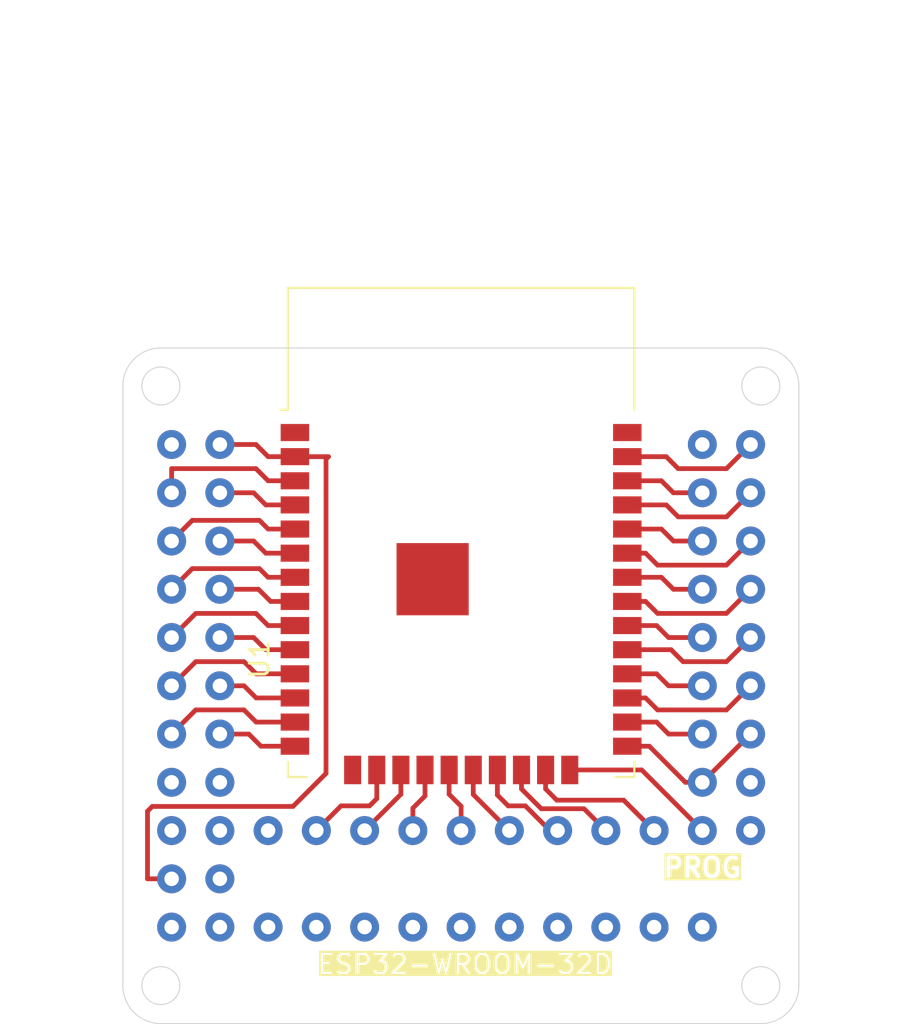
<source format=kicad_pcb>
(kicad_pcb (version 20240108) (generator "pcbnew") (generator_version "8.0")
  (layers (0 "F.Cu" signal) (31 "B.Cu" signal) (34 "B.Paste" user) (35 "F.Paste" user) (36 "B.SilkS" user "B.Silkscreen") (37 "F.SilkS" user "F.Silkscreen") (38 "B.Mask" user) (39 "F.Mask" user) (44 "Edge.Cuts" user))
  (net 0 "")
  (net 1 "unconnected-(U1-VDD-Pad2)")
  (net 2 "unconnected-(U1-EN-Pad3)")
  (net 3 "unconnected-(U1-SENSOR_VP-Pad4)")
  (net 4 "unconnected-(U1-SENSOR_VN-Pad5)")
  (net 5 "unconnected-(U1-IO34-Pad6)")
  (net 6 "unconnected-(U1-IO35-Pad7)")
  (net 7 "unconnected-(U1-IO32-Pad8)")
  (net 8 "unconnected-(U1-IO33-Pad9)")
  (net 9 "unconnected-(U1-IO25-Pad10)")
  (net 10 "unconnected-(U1-IO26-Pad11)")
  (net 11 "unconnected-(U1-IO27-Pad12)")
  (net 12 "unconnected-(U1-IO14-Pad13)")
  (net 13 "unconnected-(U1-IO12-Pad14)")
  (net 14 "unconnected-(U1-IO13-Pad16)")
  (net 15 "unconnected-(U1-SHD{slash}SD2-Pad17)")
  (net 16 "unconnected-(U1-SWP{slash}SD3-Pad18)")
  (net 17 "unconnected-(U1-SCS{slash}CMD-Pad19)")
  (net 18 "unconnected-(U1-SCK{slash}CLK-Pad20)")
  (net 19 "unconnected-(U1-SDO{slash}SD0-Pad21)")
  (net 20 "unconnected-(U1-SDI{slash}SD1-Pad22)")
  (net 21 "unconnected-(U1-IO15-Pad23)")
  (net 22 "unconnected-(U1-IO2-Pad24)")
  (net 23 "unconnected-(U1-IO0-Pad25)")
  (net 24 "unconnected-(U1-IO4-Pad26)")
  (net 25 "unconnected-(U1-IO16-Pad27)")
  (net 26 "unconnected-(U1-IO17-Pad28)")
  (net 27 "unconnected-(U1-IO5-Pad29)")
  (net 28 "unconnected-(U1-IO18-Pad30)")
  (net 29 "unconnected-(U1-IO19-Pad31)")
  (net 30 "unconnected-(U1-NC-Pad32)")
  (net 31 "unconnected-(U1-IO21-Pad33)")
  (net 32 "unconnected-(U1-RXD0{slash}IO3-Pad34)")
  (net 33 "unconnected-(U1-TXD0{slash}IO1-Pad35)")
  (net 34 "unconnected-(U1-IO22-Pad36)")
  (net 35 "unconnected-(U1-IO23-Pad37)")
  (net 37 "GND")
  (footprint "Alexander Footprint Library:ESP32-WROOM-Adapter-Legacy-v2" (layer "F.Cu") (at 160.02 88.9)
    (property "Reference" "U1" (at -10.61 3.7 90) (layer "F.SilkS"))
    (property "Value" "ESP32-WROOM-32D")
    (fp_line (start -9.12 -15.86) (end -9.12 -9.445) (stroke (width 0.12)) (layer "F.SilkS"))
    (fp_line (start -9.12 -15.86) (end 9.12 -15.86) (stroke (width 0.12)) (layer "F.SilkS"))
    (fp_line (start -9.12 -9.445) (end -9.5 -9.445) (stroke (width 0.12)) (layer "F.SilkS"))
    (fp_line (start -9.12 9.1) (end -9.12 9.88) (stroke (width 0.12)) (layer "F.SilkS"))
    (fp_line (start -9.12 9.88) (end -8.12 9.88) (stroke (width 0.12)) (layer "F.SilkS"))
    (fp_line (start 9.12 -15.86) (end 9.12 -9.445) (stroke (width 0.12)) (layer "F.SilkS"))
    (fp_line (start 9.12 9.1) (end 9.12 9.88) (stroke (width 0.12)) (layer "F.SilkS"))
    (fp_line (start 9.12 9.88) (end 8.12 9.88) (stroke (width 0.12)) (layer "F.SilkS"))
    (fp_line (start -17.8054 20.86) (end -17.8054 -10.7) (stroke (width 0.05)) (layer "Edge.Cuts"))
    (fp_line (start -15.8054 -12.7) (end 15.78 -12.7) (stroke (width 0.05)) (layer "Edge.Cuts"))
    (fp_line (start 15.78 22.86) (end -15.8054 22.86) (stroke (width 0.05)) (layer "Edge.Cuts"))
    (fp_line (start 17.78 -10.7) (end 17.78 20.86) (stroke (width 0.05)) (layer "Edge.Cuts"))
    (fp_arc (start -17.8054 -10.7) (mid -17.219614 -12.114214) (end -15.8054 -12.7) (stroke (width 0.05)) (layer "Edge.Cuts"))
    (fp_arc (start -15.8054 22.86) (mid -17.219614 22.274214) (end -17.8054 20.86) (stroke (width 0.05)) (layer "Edge.Cuts"))
    (fp_arc (start 15.78 -12.7) (mid 17.194214 -12.114214) (end 17.78 -10.7) (stroke (width 0.05)) (layer "Edge.Cuts"))
    (fp_arc (start 17.78 20.86) (mid 17.194214 22.274214) (end 15.78 22.86) (stroke (width 0.05)) (layer "Edge.Cuts"))
    (fp_circle (center -15.805401 -10.700001) (end -14.805401 -10.700001) (stroke (width 0.05)) (fill none) (layer "Edge.Cuts"))
    (fp_circle (center -15.805401 20.860001) (end -14.805401 20.860001) (stroke (width 0.05)) (fill none) (layer "Edge.Cuts"))
    (fp_circle (center 15.78 -10.7) (end 16.78 -10.7) (stroke (width 0.05)) (fill none) (layer "Edge.Cuts"))
    (fp_circle (center 15.78 20.86) (end 16.78 20.86) (stroke (width 0.05)) (fill none) (layer "Edge.Cuts"))
    (fp_text user "ESP32-WROOM-32D" (at -7.62 20.32 0) (layer "F.SilkS" knockout) (effects (font (thickness 0.1)) (justify left bottom)))
    (fp_text user "PROG" (at 12.7 15.24 0) (layer "F.SilkS" knockout) (effects (font (thickness 0.2) (bold yes)) (justify bottom)))
    (pad "" thru_hole circle (at -15.24 10.16) (size 1.524 1.524) (drill 0.762) (layers "*.Cu" "*.Mask"))
    (pad "" thru_hole circle (at -15.24 17.78 90) (size 1.524 1.524) (drill 0.762) (layers "*.Cu" "*.Mask"))
    (pad "" thru_hole circle (at -12.7 10.16) (size 1.524 1.524) (drill 0.762) (layers "*.Cu" "*.Mask"))
    (pad "" thru_hole circle (at -12.7 17.78 90) (size 1.524 1.524) (drill 0.762) (layers "*.Cu" "*.Mask"))
    (pad "" thru_hole circle (at -10.16 17.78 90) (size 1.524 1.524) (drill 0.762) (layers "*.Cu" "*.Mask"))
    (pad "" thru_hole circle (at -7.62 17.78 90) (size 1.524 1.524) (drill 0.762) (layers "*.Cu" "*.Mask"))
    (pad "" thru_hole circle (at -5.08 17.78 90) (size 1.524 1.524) (drill 0.762) (layers "*.Cu" "*.Mask"))
    (pad "" thru_hole circle (at -2.54 17.78 90) (size 1.524 1.524) (drill 0.762) (layers "*.Cu" "*.Mask"))
    (pad "" thru_hole circle (at 0 17.78 90) (size 1.524 1.524) (drill 0.762) (layers "*.Cu" "*.Mask"))
    (pad "" thru_hole circle (at 2.54 17.78 90) (size 1.524 1.524) (drill 0.762) (layers "*.Cu" "*.Mask"))
    (pad "" thru_hole circle (at 5.08 17.78 90) (size 1.524 1.524) (drill 0.762) (layers "*.Cu" "*.Mask"))
    (pad "" thru_hole circle (at 7.62 17.78 90) (size 1.524 1.524) (drill 0.762) (layers "*.Cu" "*.Mask"))
    (pad "" thru_hole circle (at 10.16 17.78 90) (size 1.524 1.524) (drill 0.762) (layers "*.Cu" "*.Mask"))
    (pad "" thru_hole circle (at 12.7 17.78 90) (size 1.524 1.524) (drill 0.762) (layers "*.Cu" "*.Mask"))
    (pad "" thru_hole circle (at 15.24 12.7 90) (size 1.524 1.524) (drill 0.762) (layers "*.Cu" "*.Mask"))
    (pad "1" thru_hole circle (at -15.24 -7.62) (size 1.524 1.524) (drill 0.762) (layers "*.Cu" "*.Mask") (net 37 "GND"))
    (pad "1" smd rect (at -8.75 -8.25) (size 1.5 0.9) (layers "F.Cu" "F.Paste" "F.Mask") (net 37 "GND"))
    (pad "2" thru_hole circle (at -15.24 15.24 90) (size 1.524 1.524) (drill 0.762) (layers "*.Cu" "*.Mask") (net 1 "unconnected-(U1-VDD-Pad2)"))
    (pad "2" thru_hole circle (at -12.7 -7.62) (size 1.524 1.524) (drill 0.762) (layers "*.Cu" "*.Mask") (net 1 "unconnected-(U1-VDD-Pad2)"))
    (pad "2" smd rect (at -8.75 -6.98) (size 1.5 0.9) (layers "F.Cu" "F.Paste" "F.Mask") (net 1 "unconnected-(U1-VDD-Pad2)"))
    (pad "3" thru_hole circle (at -15.24 -5.08) (size 1.524 1.524) (drill 0.762) (layers "*.Cu" "*.Mask") (net 2 "unconnected-(U1-EN-Pad3)"))
    (pad "3" smd rect (at -8.75 -5.71) (size 1.5 0.9) (layers "F.Cu" "F.Paste" "F.Mask") (net 2 "unconnected-(U1-EN-Pad3)"))
    (pad "4" thru_hole circle (at -12.7 -5.08) (size 1.524 1.524) (drill 0.762) (layers "*.Cu" "*.Mask") (net 3 "unconnected-(U1-SENSOR_VP-Pad4)"))
    (pad "4" smd rect (at -8.75 -4.44) (size 1.5 0.9) (layers "F.Cu" "F.Paste" "F.Mask") (net 3 "unconnected-(U1-SENSOR_VP-Pad4)"))
    (pad "5" thru_hole circle (at -15.24 -2.54) (size 1.524 1.524) (drill 0.762) (layers "*.Cu" "*.Mask") (net 4 "unconnected-(U1-SENSOR_VN-Pad5)"))
    (pad "5" smd rect (at -8.75 -3.17) (size 1.5 0.9) (layers "F.Cu" "F.Paste" "F.Mask") (net 4 "unconnected-(U1-SENSOR_VN-Pad5)"))
    (pad "6" thru_hole circle (at -12.7 -2.54) (size 1.524 1.524) (drill 0.762) (layers "*.Cu" "*.Mask") (net 5 "unconnected-(U1-IO34-Pad6)"))
    (pad "6" smd rect (at -8.75 -1.9) (size 1.5 0.9) (layers "F.Cu" "F.Paste" "F.Mask") (net 5 "unconnected-(U1-IO34-Pad6)"))
    (pad "7" thru_hole circle (at -15.24 0) (size 1.524 1.524) (drill 0.762) (layers "*.Cu" "*.Mask") (net 6 "unconnected-(U1-IO35-Pad7)"))
    (pad "7" smd rect (at -8.75 -0.63) (size 1.5 0.9) (layers "F.Cu" "F.Paste" "F.Mask") (net 6 "unconnected-(U1-IO35-Pad7)"))
    (pad "8" thru_hole circle (at -12.7 0) (size 1.524 1.524) (drill 0.762) (layers "*.Cu" "*.Mask") (net 7 "unconnected-(U1-IO32-Pad8)"))
    (pad "8" smd rect (at -8.75 0.64) (size 1.5 0.9) (layers "F.Cu" "F.Paste" "F.Mask") (net 7 "unconnected-(U1-IO32-Pad8)"))
    (pad "9" thru_hole circle (at -15.24 2.54) (size 1.524 1.524) (drill 0.762) (layers "*.Cu" "*.Mask") (net 8 "unconnected-(U1-IO33-Pad9)"))
    (pad "9" smd rect (at -8.75 1.91) (size 1.5 0.9) (layers "F.Cu" "F.Paste" "F.Mask") (net 8 "unconnected-(U1-IO33-Pad9)"))
    (pad "10" thru_hole circle (at -12.7 2.54) (size 1.524 1.524) (drill 0.762) (layers "*.Cu" "*.Mask") (net 9 "unconnected-(U1-IO25-Pad10)"))
    (pad "10" smd rect (at -8.75 3.18) (size 1.5 0.9) (layers "F.Cu" "F.Paste" "F.Mask") (net 9 "unconnected-(U1-IO25-Pad10)"))
    (pad "11" thru_hole circle (at -15.24 5.08) (size 1.524 1.524) (drill 0.762) (layers "*.Cu" "*.Mask") (net 10 "unconnected-(U1-IO26-Pad11)"))
    (pad "11" smd rect (at -8.75 4.45) (size 1.5 0.9) (layers "F.Cu" "F.Paste" "F.Mask") (net 10 "unconnected-(U1-IO26-Pad11)"))
    (pad "12" thru_hole circle (at -12.7 5.08) (size 1.524 1.524) (drill 0.762) (layers "*.Cu" "*.Mask") (net 11 "unconnected-(U1-IO27-Pad12)"))
    (pad "12" smd rect (at -8.75 5.72) (size 1.5 0.9) (layers "F.Cu" "F.Paste" "F.Mask") (net 11 "unconnected-(U1-IO27-Pad12)"))
    (pad "13" thru_hole circle (at -15.24 7.62) (size 1.524 1.524) (drill 0.762) (layers "*.Cu" "*.Mask") (net 12 "unconnected-(U1-IO14-Pad13)"))
    (pad "13" smd rect (at -8.75 6.99) (size 1.5 0.9) (layers "F.Cu" "F.Paste" "F.Mask") (net 12 "unconnected-(U1-IO14-Pad13)"))
    (pad "14" thru_hole circle (at -12.7 7.62) (size 1.524 1.524) (drill 0.762) (layers "*.Cu" "*.Mask") (net 13 "unconnected-(U1-IO12-Pad14)"))
    (pad "14" smd rect (at -8.75 8.26) (size 1.5 0.9) (layers "F.Cu" "F.Paste" "F.Mask") (net 13 "unconnected-(U1-IO12-Pad14)"))
    (pad "15" thru_hole circle (at -15.24 12.7 90) (size 1.524 1.524) (drill 0.762) (layers "*.Cu" "*.Mask") (net 37 "GND"))
    (pad "15" thru_hole circle (at -12.7 12.7 90) (size 1.524 1.524) (drill 0.762) (layers "*.Cu" "*.Mask") (net 37 "GND"))
    (pad "15" thru_hole circle (at -12.7 15.24 90) (size 1.524 1.524) (drill 0.762) (layers "*.Cu" "*.Mask") (net 37 "GND"))
    (pad "15" thru_hole circle (at -10.16 12.7 90) (size 1.524 1.524) (drill 0.762) (layers "*.Cu" "*.Mask") (net 37 "GND"))
    (pad "15" smd rect (at -5.71 9.51 90) (size 1.5 0.9) (layers "F.Cu" "F.Paste" "F.Mask") (net 37 "GND"))
    (pad "16" thru_hole circle (at -7.62 12.7 90) (size 1.524 1.524) (drill 0.762) (layers "*.Cu" "*.Mask") (net 14 "unconnected-(U1-IO13-Pad16)"))
    (pad "16" smd rect (at -4.44 9.51 90) (size 1.5 0.9) (layers "F.Cu" "F.Paste" "F.Mask") (net 14 "unconnected-(U1-IO13-Pad16)"))
    (pad "17" thru_hole circle (at -5.08 12.7 90) (size 1.524 1.524) (drill 0.762) (layers "*.Cu" "*.Mask") (net 15 "unconnected-(U1-SHD{slash}SD2-Pad17)"))
    (pad "17" smd rect (at -3.17 9.51 90) (size 1.5 0.9) (layers "F.Cu" "F.Paste" "F.Mask") (net 15 "unconnected-(U1-SHD{slash}SD2-Pad17)"))
    (pad "18" thru_hole circle (at -2.54 12.7 90) (size 1.524 1.524) (drill 0.762) (layers "*.Cu" "*.Mask") (net 16 "unconnected-(U1-SWP{slash}SD3-Pad18)"))
    (pad "18" smd rect (at -1.9 9.51 90) (size 1.5 0.9) (layers "F.Cu" "F.Paste" "F.Mask") (net 16 "unconnected-(U1-SWP{slash}SD3-Pad18)"))
    (pad "19" smd rect (at -0.63 9.51 90) (size 1.5 0.9) (layers "F.Cu" "F.Paste" "F.Mask") (net 17 "unconnected-(U1-SCS{slash}CMD-Pad19)"))
    (pad "19" thru_hole circle (at 0 12.7 90) (size 1.524 1.524) (drill 0.762) (layers "*.Cu" "*.Mask") (net 17 "unconnected-(U1-SCS{slash}CMD-Pad19)"))
    (pad "20" smd rect (at 0.64 9.51 90) (size 1.5 0.9) (layers "F.Cu" "F.Paste" "F.Mask") (net 18 "unconnected-(U1-SCK{slash}CLK-Pad20)"))
    (pad "20" thru_hole circle (at 2.54 12.7 90) (size 1.524 1.524) (drill 0.762) (layers "*.Cu" "*.Mask") (net 18 "unconnected-(U1-SCK{slash}CLK-Pad20)"))
    (pad "21" smd rect (at 1.91 9.51 90) (size 1.5 0.9) (layers "F.Cu" "F.Paste" "F.Mask") (net 19 "unconnected-(U1-SDO{slash}SD0-Pad21)"))
    (pad "21" thru_hole circle (at 5.08 12.7 90) (size 1.524 1.524) (drill 0.762) (layers "*.Cu" "*.Mask") (net 19 "unconnected-(U1-SDO{slash}SD0-Pad21)"))
    (pad "22" smd rect (at 3.18 9.51 90) (size 1.5 0.9) (layers "F.Cu" "F.Paste" "F.Mask") (net 20 "unconnected-(U1-SDI{slash}SD1-Pad22)"))
    (pad "22" thru_hole circle (at 7.62 12.7 90) (size 1.524 1.524) (drill 0.762) (layers "*.Cu" "*.Mask") (net 20 "unconnected-(U1-SDI{slash}SD1-Pad22)"))
    (pad "23" smd rect (at 4.45 9.51 90) (size 1.5 0.9) (layers "F.Cu" "F.Paste" "F.Mask") (net 21 "unconnected-(U1-IO15-Pad23)"))
    (pad "23" thru_hole circle (at 10.16 12.7 90) (size 1.524 1.524) (drill 0.762) (layers "*.Cu" "*.Mask") (net 21 "unconnected-(U1-IO15-Pad23)"))
    (pad "24" smd rect (at 5.72 9.51 90) (size 1.5 0.9) (layers "F.Cu" "F.Paste" "F.Mask") (net 22 "unconnected-(U1-IO2-Pad24)"))
    (pad "24" thru_hole circle (at 12.7 12.7 90) (size 1.524 1.524) (drill 0.762) (layers "*.Cu" "*.Mask") (net 22 "unconnected-(U1-IO2-Pad24)"))
    (pad "25" smd rect (at 8.75 8.26) (size 1.5 0.9) (layers "F.Cu" "F.Paste" "F.Mask") (net 23 "unconnected-(U1-IO0-Pad25)"))
    (pad "25" thru_hole circle (at 12.7 10.16) (size 1.524 1.524) (drill 0.762) (layers "*.Cu" "*.Mask") (net 23 "unconnected-(U1-IO0-Pad25)"))
    (pad "25" thru_hole circle (at 15.24 7.62) (size 1.524 1.524) (drill 0.762) (layers "*.Cu" "*.Mask") (net 23 "unconnected-(U1-IO0-Pad25)"))
    (pad "26" smd rect (at 8.75 6.99) (size 1.5 0.9) (layers "F.Cu" "F.Paste" "F.Mask") (net 24 "unconnected-(U1-IO4-Pad26)"))
    (pad "26" thru_hole circle (at 12.7 7.62) (size 1.524 1.524) (drill 0.762) (layers "*.Cu" "*.Mask") (net 24 "unconnected-(U1-IO4-Pad26)"))
    (pad "27" smd rect (at 8.75 5.72) (size 1.5 0.9) (layers "F.Cu" "F.Paste" "F.Mask") (net 25 "unconnected-(U1-IO16-Pad27)"))
    (pad "27" thru_hole circle (at 15.24 5.08) (size 1.524 1.524) (drill 0.762) (layers "*.Cu" "*.Mask") (net 25 "unconnected-(U1-IO16-Pad27)"))
    (pad "28" smd rect (at 8.75 4.45) (size 1.5 0.9) (layers "F.Cu" "F.Paste" "F.Mask") (net 26 "unconnected-(U1-IO17-Pad28)"))
    (pad "28" thru_hole circle (at 12.7 5.08) (size 1.524 1.524) (drill 0.762) (layers "*.Cu" "*.Mask") (net 26 "unconnected-(U1-IO17-Pad28)"))
    (pad "29" smd rect (at 8.75 3.18) (size 1.5 0.9) (layers "F.Cu" "F.Paste" "F.Mask") (net 27 "unconnected-(U1-IO5-Pad29)"))
    (pad "29" thru_hole circle (at 15.24 2.54) (size 1.524 1.524) (drill 0.762) (layers "*.Cu" "*.Mask") (net 27 "unconnected-(U1-IO5-Pad29)"))
    (pad "30" smd rect (at 8.75 1.91) (size 1.5 0.9) (layers "F.Cu" "F.Paste" "F.Mask") (net 28 "unconnected-(U1-IO18-Pad30)"))
    (pad "30" thru_hole circle (at 12.7 2.54) (size 1.524 1.524) (drill 0.762) (layers "*.Cu" "*.Mask") (net 28 "unconnected-(U1-IO18-Pad30)"))
    (pad "31" smd rect (at 8.75 0.64) (size 1.5 0.9) (layers "F.Cu" "F.Paste" "F.Mask") (net 29 "unconnected-(U1-IO19-Pad31)"))
    (pad "31" thru_hole circle (at 15.24 0) (size 1.524 1.524) (drill 0.762) (layers "*.Cu" "*.Mask") (net 29 "unconnected-(U1-IO19-Pad31)"))
    (pad "32" smd rect (at 8.75 -0.63) (size 1.5 0.9) (layers "F.Cu" "F.Paste" "F.Mask"))
    (pad "32" thru_hole circle (at 12.7 0) (size 1.524 1.524) (drill 0.762) (layers "*.Cu" "*.Mask") (net 30 "unconnected-(U1-NC-Pad32)"))
    (pad "33" smd rect (at 8.75 -1.9) (size 1.5 0.9) (layers "F.Cu" "F.Paste" "F.Mask") (net 31 "unconnected-(U1-IO21-Pad33)"))
    (pad "33" thru_hole circle (at 15.24 -2.54) (size 1.524 1.524) (drill 0.762) (layers "*.Cu" "*.Mask") (net 31 "unconnected-(U1-IO21-Pad33)"))
    (pad "34" smd rect (at 8.75 -3.17) (size 1.5 0.9) (layers "F.Cu" "F.Paste" "F.Mask") (net 32 "unconnected-(U1-RXD0{slash}IO3-Pad34)"))
    (pad "34" thru_hole circle (at 12.7 -2.54) (size 1.524 1.524) (drill 0.762) (layers "*.Cu" "*.Mask") (net 32 "unconnected-(U1-RXD0{slash}IO3-Pad34)"))
    (pad "35" smd rect (at 8.75 -4.44) (size 1.5 0.9) (layers "F.Cu" "F.Paste" "F.Mask") (net 33 "unconnected-(U1-TXD0{slash}IO1-Pad35)"))
    (pad "35" thru_hole circle (at 15.24 -5.08) (size 1.524 1.524) (drill 0.762) (layers "*.Cu" "*.Mask") (net 33 "unconnected-(U1-TXD0{slash}IO1-Pad35)"))
    (pad "36" smd rect (at 8.75 -5.71) (size 1.5 0.9) (layers "F.Cu" "F.Paste" "F.Mask") (net 34 "unconnected-(U1-IO22-Pad36)"))
    (pad "36" thru_hole circle (at 12.7 -5.08) (size 1.524 1.524) (drill 0.762) (layers "*.Cu" "*.Mask") (net 34 "unconnected-(U1-IO22-Pad36)"))
    (pad "37" smd rect (at 8.75 -6.98) (size 1.5 0.9) (layers "F.Cu" "F.Paste" "F.Mask") (net 35 "unconnected-(U1-IO23-Pad37)"))
    (pad "37" thru_hole circle (at 15.24 -7.62) (size 1.524 1.524) (drill 0.762) (layers "*.Cu" "*.Mask") (net 35 "unconnected-(U1-IO23-Pad37)"))
    (pad "38" smd rect (at 8.75 -8.25) (size 1.5 0.9) (layers "F.Cu" "F.Paste" "F.Mask") (net 37 "GND"))
    (pad "38" thru_hole circle (at 12.7 -7.62) (size 1.524 1.524) (drill 0.762) (layers "*.Cu" "*.Mask") (net 37 "GND"))
    (pad "38" thru_hole circle (at 15.24 10.16) (size 1.524 1.524) (drill 0.762) (layers "*.Cu" "*.Mask") (net 37 "GND"))
    (pad "39" smd rect (at -1.5 -0.53) (size 3.8 3.8) (layers "F.Cu" "F.Mask") (net 37 "GND"))
  )
  (segment (start 151.17 100.33) (end 152.908 98.592) (width 0.25) (layer "F.Cu") (net 1))
  (segment (start 152.908 98.592) (end 152.908 82.052) (width 0.25) (layer "F.Cu") (net 1))
  (segment (start 149.22 81.28) (end 149.86 81.92) (width 0.25) (layer "F.Cu") (net 1))
  (segment (start 151.27 81.92) (end 149.86 81.92) (width 0.25) (layer "F.Cu") (net 1))
  (segment (start 143.51 104.14) (end 143.51 100.584) (width 0.25) (layer "F.Cu") (net 1))
  (segment (start 147.32 81.28) (end 149.22 81.28) (width 0.25) (layer "F.Cu") (net 1))
  (segment (start 143.764 100.33) (end 151.17 100.33) (width 0.25) (layer "F.Cu") (net 1))
  (segment (start 153.04 81.92) (end 151.27 81.92) (width 0.25) (layer "F.Cu") (net 1))
  (segment (start 152.908 82.052) (end 153.04 81.92) (width 0.25) (layer "F.Cu") (net 1))
  (segment (start 143.51 100.584) (end 143.764 100.33) (width 0.25) (layer "F.Cu") (net 1))
  (segment (start 144.78 104.14) (end 143.51 104.14) (width 0.25) (layer "F.Cu") (net 1))
  (segment (start 149.22 82.55) (end 144.78 82.55) (width 0.25) (layer "F.Cu") (net 2))
  (segment (start 149.86 83.19) (end 149.22 82.55) (width 0.25) (layer "F.Cu") (net 2))
  (segment (start 151.27 83.19) (end 149.86 83.19) (width 0.25) (layer "F.Cu") (net 2))
  (segment (start 144.78 82.55) (end 144.78 83.82) (width 0.25) (layer "F.Cu") (net 2))
  (segment (start 147.32 83.82) (end 149.098 83.82) (width 0.25) (layer "F.Cu") (net 3))
  (segment (start 149.098 83.82) (end 149.738 84.46) (width 0.25) (layer "F.Cu") (net 3))
  (segment (start 149.738 84.46) (end 151.27 84.46) (width 0.25) (layer "F.Cu") (net 3))
  (segment (start 151.27 85.73) (end 149.86 85.73) (width 0.25) (layer "F.Cu") (net 4))
  (segment (start 144.78 86.36) (end 145.867 85.273) (width 0.25) (layer "F.Cu") (net 4))
  (segment (start 145.867 85.273) (end 149.403 85.273) (width 0.25) (layer "F.Cu") (net 4))
  (segment (start 149.403 85.273) (end 149.86 85.73) (width 0.25) (layer "F.Cu") (net 4))
  (segment (start 149.098 86.36) (end 147.32 86.36) (width 0.25) (layer "F.Cu") (net 5))
  (segment (start 149.738 87) (end 149.098 86.36) (width 0.25) (layer "F.Cu") (net 5))
  (segment (start 151.27 87) (end 149.738 87) (width 0.25) (layer "F.Cu") (net 5))
  (segment (start 144.78 88.9) (end 145.867 87.813) (width 0.25) (layer "F.Cu") (net 6))
  (segment (start 151.27 88.27) (end 149.86 88.27) (width 0.25) (layer "F.Cu") (net 6))
  (segment (start 145.867 87.813) (end 149.403 87.813) (width 0.25) (layer "F.Cu") (net 6))
  (segment (start 149.403 87.813) (end 149.86 88.27) (width 0.25) (layer "F.Cu") (net 6))
  (segment (start 151.27 89.54) (end 149.992 89.54) (width 0.25) (layer "F.Cu") (net 7))
  (segment (start 149.352 88.9) (end 147.32 88.9) (width 0.25) (layer "F.Cu") (net 7))
  (segment (start 149.992 89.54) (end 149.352 88.9) (width 0.25) (layer "F.Cu") (net 7))
  (segment (start 149.22 90.17) (end 149.86 90.81) (width 0.25) (layer "F.Cu") (net 8))
  (segment (start 146.05 90.17) (end 149.22 90.17) (width 0.25) (layer "F.Cu") (net 8))
  (segment (start 144.78 91.44) (end 146.05 90.17) (width 0.25) (layer "F.Cu") (net 8))
  (segment (start 149.86 90.81) (end 151.27 90.81) (width 0.25) (layer "F.Cu") (net 8))
  (segment (start 149.738 92.08) (end 149.098 91.44) (width 0.25) (layer "F.Cu") (net 9))
  (segment (start 151.27 92.08) (end 149.738 92.08) (width 0.25) (layer "F.Cu") (net 9))
  (segment (start 149.098 91.44) (end 147.32 91.44) (width 0.25) (layer "F.Cu") (net 9))
  (segment (start 148.59 92.71) (end 146.05 92.71) (width 0.25) (layer "F.Cu") (net 10))
  (segment (start 149.23 93.35) (end 148.59 92.71) (width 0.25) (layer "F.Cu") (net 10))
  (segment (start 146.05 92.71) (end 144.78 93.98) (width 0.25) (layer "F.Cu") (net 10))
  (segment (start 151.27 93.35) (end 149.23 93.35) (width 0.25) (layer "F.Cu") (net 10))
  (segment (start 151.27 94.62) (end 149.23 94.62) (width 0.25) (layer "F.Cu") (net 11))
  (segment (start 148.59 93.98) (end 147.32 93.98) (width 0.25) (layer "F.Cu") (net 11))
  (segment (start 149.23 94.62) (end 148.59 93.98) (width 0.25) (layer "F.Cu") (net 11))
  (segment (start 144.78 96.52) (end 146.05 95.25) (width 0.25) (layer "F.Cu") (net 12))
  (segment (start 146.05 95.25) (end 148.59 95.25) (width 0.25) (layer "F.Cu") (net 12))
  (segment (start 149.23 95.89) (end 151.27 95.89) (width 0.25) (layer "F.Cu") (net 12))
  (segment (start 148.59 95.25) (end 149.23 95.89) (width 0.25) (layer "F.Cu") (net 12))
  (segment (start 148.844 96.52) (end 147.32 96.52) (width 0.25) (layer "F.Cu") (net 13))
  (segment (start 149.484 97.16) (end 148.844 96.52) (width 0.25) (layer "F.Cu") (net 13))
  (segment (start 151.27 97.16) (end 149.484 97.16) (width 0.25) (layer "F.Cu") (net 13))
  (segment (start 155.58 99.92) (end 155.58 98.41) (width 0.25) (layer "F.Cu") (net 14))
  (segment (start 153.7 100.3) (end 155.2 100.3) (width 0.25) (layer "F.Cu") (net 14))
  (segment (start 152.4 101.6) (end 153.7 100.3) (width 0.25) (layer "F.Cu") (net 14))
  (segment (start 155.2 100.3) (end 155.58 99.92) (width 0.25) (layer "F.Cu") (net 14))
  (segment (start 154.94 101.6) (end 156.85 99.69) (width 0.25) (layer "F.Cu") (net 15))
  (segment (start 156.85 99.69) (end 156.85 98.41) (width 0.25) (layer "F.Cu") (net 15))
  (segment (start 157.48 100.42) (end 158.12 99.78) (width 0.25) (layer "F.Cu") (net 16))
  (segment (start 158.12 99.78) (end 158.12 98.41) (width 0.25) (layer "F.Cu") (net 16))
  (segment (start 157.48 101.6) (end 157.48 100.42) (width 0.25) (layer "F.Cu") (net 16))
  (segment (start 160.02 101.6) (end 160.02 100.32) (width 0.25) (layer "F.Cu") (net 17))
  (segment (start 159.39 99.69) (end 159.39 98.41) (width 0.25) (layer "F.Cu") (net 17))
  (segment (start 160.02 100.32) (end 159.39 99.69) (width 0.25) (layer "F.Cu") (net 17))
  (segment (start 162.56 101.6) (end 160.66 99.7) (width 0.25) (layer "F.Cu") (net 18))
  (segment (start 160.66 99.7) (end 160.66 98.41) (width 0.25) (layer "F.Cu") (net 18))
  (segment (start 163.4 100.3) (end 162.5 100.3) (width 0.25) (layer "F.Cu") (net 19))
  (segment (start 161.93 99.73) (end 161.93 98.41) (width 0.25) (layer "F.Cu") (net 19))
  (segment (start 164.7 101.6) (end 163.4 100.3) (width 0.25) (layer "F.Cu") (net 19))
  (segment (start 165.1 101.6) (end 164.7 101.6) (width 0.25) (layer "F.Cu") (net 19))
  (segment (start 162.5 100.3) (end 161.93 99.73) (width 0.25) (layer "F.Cu") (net 19))
  (segment (start 163.2 99.41) (end 164.24 100.45) (width 0.25) (layer "F.Cu") (net 20))
  (segment (start 166.49 100.45) (end 167.64 101.6) (width 0.25) (layer "F.Cu") (net 20))
  (segment (start 164.24 100.45) (end 166.49 100.45) (width 0.25) (layer "F.Cu") (net 20))
  (segment (start 163.2 98.41) (end 163.2 99.41) (width 0.25) (layer "F.Cu") (net 20))
  (segment (start 168.58 100) (end 170.18 101.6) (width 0.25) (layer "F.Cu") (net 21))
  (segment (start 165.06 100) (end 168.58 100) (width 0.25) (layer "F.Cu") (net 21))
  (segment (start 164.47 98.41) (end 164.47 99.41) (width 0.25) (layer "F.Cu") (net 21))
  (segment (start 164.47 99.41) (end 165.06 100) (width 0.25) (layer "F.Cu") (net 21))
  (segment (start 169.53 98.41) (end 172.72 101.6) (width 0.25) (layer "F.Cu") (net 22))
  (segment (start 165.74 98.41) (end 169.53 98.41) (width 0.25) (layer "F.Cu") (net 22))
  (segment (start 171.826 99.06) (end 172.72 99.06) (width 0.25) (layer "F.Cu") (net 23))
  (segment (start 169.926 97.16) (end 171.826 99.06) (width 0.25) (layer "F.Cu") (net 23))
  (segment (start 172.72 99.06) (end 175.26 96.52) (width 0.25) (layer "F.Cu") (net 23))
  (segment (start 168.77 97.16) (end 169.926 97.16) (width 0.25) (layer "F.Cu") (net 23))
  (segment (start 170.942 96.52) (end 172.72 96.52) (width 0.25) (layer "F.Cu") (net 24))
  (segment (start 170.312 95.89) (end 170.942 96.52) (width 0.25) (layer "F.Cu") (net 24))
  (segment (start 168.77 95.89) (end 170.312 95.89) (width 0.25) (layer "F.Cu") (net 24))
  (segment (start 173.99 95.25) (end 175.26 93.98) (width 0.25) (layer "F.Cu") (net 25))
  (segment (start 169.733 94.62) (end 170.363 95.25) (width 0.25) (layer "F.Cu") (net 25))
  (segment (start 170.363 95.25) (end 173.99 95.25) (width 0.25) (layer "F.Cu") (net 25))
  (segment (start 168.77 94.62) (end 169.733 94.62) (width 0.25) (layer "F.Cu") (net 25))
  (segment (start 168.77 93.35) (end 170.312 93.35) (width 0.25) (layer "F.Cu") (net 26))
  (segment (start 170.942 93.98) (end 172.72 93.98) (width 0.25) (layer "F.Cu") (net 26))
  (segment (start 170.312 93.35) (end 170.942 93.98) (width 0.25) (layer "F.Cu") (net 26))
  (segment (start 171.074 92.08) (end 171.704 92.71) (width 0.25) (layer "F.Cu") (net 27))
  (segment (start 173.99 92.71) (end 175.26 91.44) (width 0.25) (layer "F.Cu") (net 27))
  (segment (start 168.77 92.08) (end 171.074 92.08) (width 0.25) (layer "F.Cu") (net 27))
  (segment (start 171.704 92.71) (end 173.99 92.71) (width 0.25) (layer "F.Cu") (net 27))
  (segment (start 170.942 91.44) (end 172.72 91.44) (width 0.25) (layer "F.Cu") (net 28))
  (segment (start 170.312 90.81) (end 170.942 91.44) (width 0.25) (layer "F.Cu") (net 28))
  (segment (start 168.77 90.81) (end 170.312 90.81) (width 0.25) (layer "F.Cu") (net 28))
  (segment (start 173.99 90.17) (end 175.26 88.9) (width 0.25) (layer "F.Cu") (net 29))
  (segment (start 168.77 89.54) (end 169.733 89.54) (width 0.25) (layer "F.Cu") (net 29))
  (segment (start 170.363 90.17) (end 173.99 90.17) (width 0.25) (layer "F.Cu") (net 29))
  (segment (start 169.733 89.54) (end 170.363 90.17) (width 0.25) (layer "F.Cu") (net 29))
  (segment (start 171.196 88.9) (end 172.72 88.9) (width 0.25) (layer "F.Cu") (net 30))
  (segment (start 168.77 88.27) (end 170.566 88.27) (width 0.25) (layer "F.Cu") (net 30))
  (segment (start 170.566 88.27) (end 171.196 88.9) (width 0.25) (layer "F.Cu") (net 30))
  (segment (start 170.363 87.63) (end 173.99 87.63) (width 0.25) (layer "F.Cu") (net 31))
  (segment (start 173.99 87.63) (end 175.26 86.36) (width 0.25) (layer "F.Cu") (net 31))
  (segment (start 168.77 87) (end 169.733 87) (width 0.25) (layer "F.Cu") (net 31))
  (segment (start 169.733 87) (end 170.363 87.63) (width 0.25) (layer "F.Cu") (net 31))
  (segment (start 168.77 85.73) (end 170.566 85.73) (width 0.25) (layer "F.Cu") (net 32))
  (segment (start 170.566 85.73) (end 171.196 86.36) (width 0.25) (layer "F.Cu") (net 32))
  (segment (start 171.196 86.36) (end 172.72 86.36) (width 0.25) (layer "F.Cu") (net 32))
  (segment (start 170.82 84.46) (end 171.45 85.09) (width 0.25) (layer "F.Cu") (net 33))
  (segment (start 173.99 85.09) (end 175.26 83.82) (width 0.25) (layer "F.Cu") (net 33))
  (segment (start 171.45 85.09) (end 173.99 85.09) (width 0.25) (layer "F.Cu") (net 33))
  (segment (start 168.77 84.46) (end 170.82 84.46) (width 0.25) (layer "F.Cu") (net 33))
  (segment (start 168.77 83.19) (end 170.566 83.19) (width 0.25) (layer "F.Cu") (net 34))
  (segment (start 170.566 83.19) (end 171.196 83.82) (width 0.25) (layer "F.Cu") (net 34))
  (segment (start 171.196 83.82) (end 172.72 83.82) (width 0.25) (layer "F.Cu") (net 34))
  (segment (start 173.99 82.55) (end 175.26 81.28) (width 0.25) (layer "F.Cu") (net 35))
  (segment (start 168.77 81.92) (end 170.82 81.92) (width 0.25) (layer "F.Cu") (net 35))
  (segment (start 170.82 81.92) (end 171.45 82.55) (width 0.25) (layer "F.Cu") (net 35))
  (segment (start 171.45 82.55) (end 173.99 82.55) (width 0.25) (layer "F.Cu") (net 35))
)
</source>
